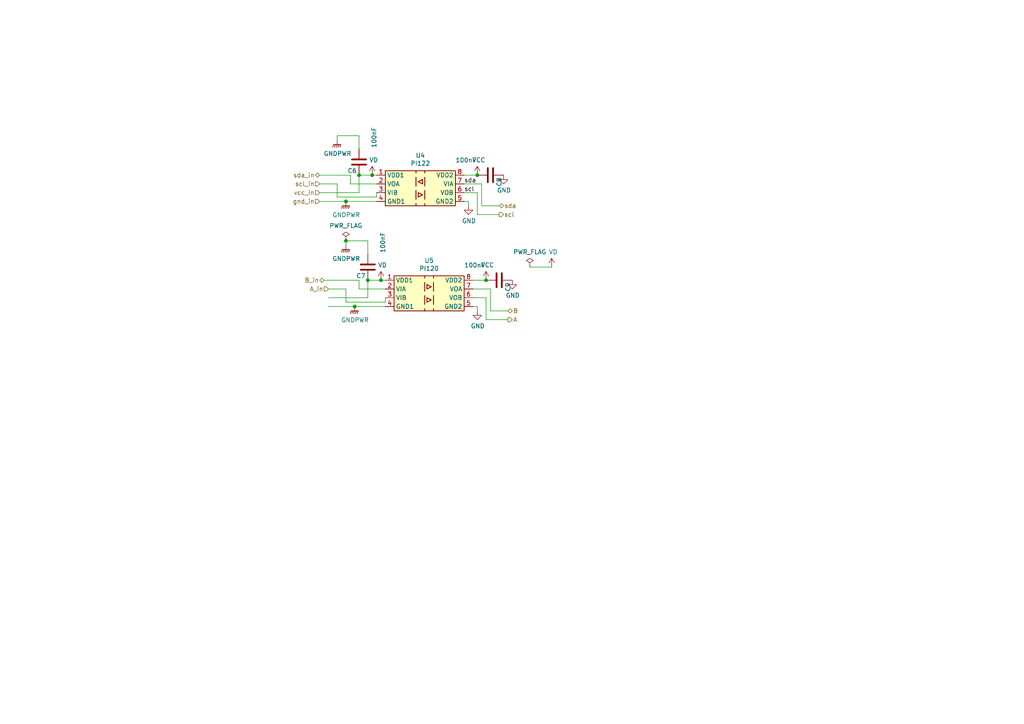
<source format=kicad_sch>
(kicad_sch (version 20211123) (generator eeschema)
  (paper "A4")
  (lib_symbols
    (symbol "0JLC:PI120"
      (property "Reference" "U" (at -8.89 6.35 0))
      (property "Value" "0JLC_PI120" (at 1.27 6.35 0))
      (symbol "PI120_0_1"
        (rectangle (start -10.16 5.08) (end 10.16 -5.08) (stroke (width 0.254)) (fill (type background)))
        (polyline (pts (xy -1.27 -4.445) (xy -1.27 -5.08)) (stroke (width 0.254)))
        (polyline (pts (xy -1.27 -0.635) (xy -1.27 -3.175)) (stroke (width 0.254)))
        (polyline (pts (xy -1.27 3.175) (xy -1.27 0.635)) (stroke (width 0.254)))
        (polyline (pts (xy -1.27 5.08) (xy -1.27 4.445)) (stroke (width 0.254)))
        (polyline (pts (xy 1.27 -4.445) (xy 1.27 -5.08)) (stroke (width 0.254)))
        (polyline (pts (xy 1.27 -0.635) (xy 1.27 -3.175)) (stroke (width 0.254)))
        (polyline (pts (xy 1.27 3.175) (xy 1.27 0.635)) (stroke (width 0.254)))
        (polyline (pts (xy 1.27 5.08) (xy 1.27 4.445)) (stroke (width 0.254)))
        (polyline (pts (xy -0.635 2.54) (xy 0.635 1.905) (xy -0.635 1.27) (xy -0.635 2.54)) (stroke (width 0.254)))
      )
      (symbol "PI120_1_1"
        (polyline (pts (xy -0.635 -1.27) (xy 0.635 -1.905) (xy -0.635 -2.54) (xy -0.635 -1.27)) (stroke (width 0.254)))
        (pin power_in line (at -12.7 3.81 0) (length 2.54) (name "VDD1") (number "1"))
        (pin input line (at -12.7 1.27 0) (length 2.54) (name "VIA") (number "2"))
        (pin input line (at -12.7 -1.27 0) (length 2.54) (name "VIB") (number "3"))
        (pin power_in line (at -12.7 -3.81 0) (length 2.54) (name "GND1") (number "4"))
        (pin power_in line (at 12.7 -3.81 180) (length 2.54) (name "GND2") (number "5"))
        (pin output line (at 12.7 -1.27 180) (length 2.54) (name "VOB") (number "6"))
        (pin output line (at 12.7 1.27 180) (length 2.54) (name "VOA") (number "7"))
        (pin power_in line (at 12.7 3.81 180) (length 2.54) (name "VDD2") (number "8"))
      )
    )
    (symbol "0JLC:PI122"
      (property "Reference" "U" (at -8.89 6.35 0))
      (property "Value" "0JLC_PI122" (at 1.27 6.35 0))
      (symbol "PI122_0_1"
        (rectangle (start -10.16 5.08) (end 10.16 -5.08) (stroke (width 0.254)) (fill (type background)))
        (polyline (pts (xy -1.27 -4.445) (xy -1.27 -5.08)) (stroke (width 0.254)))
        (polyline (pts (xy -1.27 -3.175) (xy -1.27 -0.635)) (stroke (width 0.254)))
        (polyline (pts (xy -1.27 0.635) (xy -1.27 3.175)) (stroke (width 0.254)))
        (polyline (pts (xy -1.27 5.08) (xy -1.27 4.445)) (stroke (width 0.254)))
        (polyline (pts (xy 1.27 -4.445) (xy 1.27 -5.08)) (stroke (width 0.254)))
        (polyline (pts (xy 1.27 -3.175) (xy 1.27 -0.635)) (stroke (width 0.254)))
        (polyline (pts (xy 1.27 0.635) (xy 1.27 3.175)) (stroke (width 0.254)))
        (polyline (pts (xy 1.27 5.08) (xy 1.27 4.445)) (stroke (width 0.254)))
      )
      (symbol "PI122_1_1"
        (polyline (pts (xy -0.635 -2.54) (xy -0.635 -1.27) (xy 0.635 -1.905) (xy -0.635 -2.54)) (stroke (width 0.254)))
        (polyline (pts (xy 0.635 2.54) (xy -0.635 1.905) (xy 0.635 1.27) (xy 0.635 2.54)) (stroke (width 0.254)))
        (pin power_in line (at -12.7 3.81 0) (length 2.54) (name "VDD1") (number "1"))
        (pin input line (at -12.7 1.27 0) (length 2.54) (name "VOA") (number "2"))
        (pin output line (at -12.7 -1.27 0) (length 2.54) (name "VIB") (number "3"))
        (pin power_in line (at -12.7 -3.81 0) (length 2.54) (name "GND1") (number "4"))
        (pin power_in line (at 12.7 -3.81 180) (length 2.54) (name "GND2") (number "5"))
        (pin input line (at 12.7 -1.27 180) (length 2.54) (name "VOB") (number "6"))
        (pin output line (at 12.7 1.27 180) (length 2.54) (name "VIA") (number "7"))
        (pin power_in line (at 12.7 3.81 180) (length 2.54) (name "VDD2") (number "8"))
      )
    )
    (symbol "Device:C" (pin_numbers hide) (pin_names (offset 0.254))
      (property "Reference" "C" (at 0.635 2.54 0))
      (property "Value" "C" (at 0.635 -2.54 0))
      (symbol "C_0_1"
        (polyline (pts (xy -2.032 -0.762) (xy 2.032 -0.762)) (stroke (width 0.508)))
        (polyline (pts (xy -2.032 0.762) (xy 2.032 0.762)) (stroke (width 0.508)))
      )
      (symbol "C_1_1"
        (pin passive line (at 0 3.81 270) (length 2.794) (name "~") (number "1"))
        (pin passive line (at 0 -3.81 90) (length 2.794) (name "~") (number "2"))
      )
    )
    (symbol "power:GND" (power) (pin_names (offset 0))
      (property "Value" "GND" (at 0 -3.81 0))
      (symbol "GND_0_1"
        (polyline (pts (xy 0 0) (xy 0 -1.27) (xy 1.27 -1.27) (xy 0 -2.54) (xy -1.27 -1.27) (xy 0 -1.27)))
      )
      (symbol "GND_1_1"
        (pin power_in line (at 0 0 270) (length 0) hide (name "GND") (number "1"))
      )
    )
    (symbol "power:GNDPWR" (power) (pin_names (offset 0))
      (property "Value" "GNDPWR" (at 0 -3.302 0))
      (symbol "GNDPWR_0_1"
        (polyline (pts (xy 0 -1.27) (xy 0 0)))
        (polyline (pts (xy -1.016 -1.27) (xy -1.27 -2.032) (xy -1.27 -2.032)) (stroke (width 0.2032)))
        (polyline (pts (xy -0.508 -1.27) (xy -0.762 -2.032) (xy -0.762 -2.032)) (stroke (width 0.2032)))
        (polyline (pts (xy 0 -1.27) (xy -0.254 -2.032) (xy -0.254 -2.032)) (stroke (width 0.2032)))
        (polyline (pts (xy 0.508 -1.27) (xy 0.254 -2.032) (xy 0.254 -2.032)) (stroke (width 0.2032)))
        (polyline (pts (xy 1.016 -1.27) (xy -1.016 -1.27) (xy -1.016 -1.27)) (stroke (width 0.2032)))
        (polyline (pts (xy 1.016 -1.27) (xy 0.762 -2.032) (xy 0.762 -2.032) (xy 0.762 -2.032)) (stroke (width 0.2032)))
      )
      (symbol "GNDPWR_1_1"
        (pin power_in line (at 0 0 270) (length 0) hide (name "GNDPWR") (number "1"))
      )
    )
    (symbol "power:PWR_FLAG" (power) (pin_numbers hide) (pin_names (offset 0) hide)
      (property "Value" "PWR_FLAG" (at 0 3.81 0))
      (symbol "PWR_FLAG_0_0"
        (pin power_out line (at 0 0 90) (length 0) (name "pwr") (number "1"))
      )
      (symbol "PWR_FLAG_0_1"
        (polyline (pts (xy 0 0) (xy 0 1.27) (xy -1.016 1.905) (xy 0 2.54) (xy 1.016 1.905) (xy 0 1.27)))
      )
    )
    (symbol "power:VCC" (power) (pin_names (offset 0))
      (property "Value" "VCC" (at 0 3.81 0))
      (symbol "VCC_0_1"
        (polyline (pts (xy -0.762 1.27) (xy 0 2.54)))
        (polyline (pts (xy 0 0) (xy 0 2.54)))
        (polyline (pts (xy 0 2.54) (xy 0.762 1.27)))
      )
      (symbol "VCC_1_1"
        (pin power_in line (at 0 0 90) (length 0) hide (name "VCC") (number "1"))
      )
    )
    (symbol "power:VD" (power) (pin_names (offset 0))
      (property "Value" "VD" (at 0 3.81 0))
      (symbol "VD_0_1"
        (polyline (pts (xy -0.762 1.27) (xy 0 2.54)))
        (polyline (pts (xy 0 0) (xy 0 2.54)))
        (polyline (pts (xy 0 2.54) (xy 0.762 1.27)))
      )
      (symbol "VD_1_1"
        (pin power_in line (at 0 0 90) (length 0) hide (name "VD") (number "1"))
      )
    )
  )
  (junction (at 140.97 81.28))
  (junction (at 104.14 50.8))
  (junction (at 138.43 50.8))
  (junction (at 106.68 81.28))
  (junction (at 110.49 81.28))
  (junction (at 102.87 88.9))
  (junction (at 100.33 69.85))
  (junction (at 107.95 50.8))
  (junction (at 100.33 58.42))
  (wire (pts (xy 101.6 53.34) (xy 109.22 53.34)))
  (wire (pts (xy 92.71 55.88) (xy 104.14 55.88)))
  (wire (pts (xy 134.62 50.8) (xy 138.43 50.8)))
  (wire (pts (xy 97.79 39.37) (xy 97.79 40.64)))
  (wire (pts (xy 104.14 83.82) (xy 111.76 83.82)))
  (wire (pts (xy 110.49 81.28) (xy 111.76 81.28)))
  (wire (pts (xy 100.33 69.85) (xy 106.68 69.85)))
  (wire (pts (xy 135.89 59.69) (xy 135.89 58.42)))
  (wire (pts (xy 104.14 55.88) (xy 104.14 50.8)))
  (wire (pts (xy 142.24 83.82) (xy 137.16 83.82)))
  (wire (pts (xy 101.6 50.8) (xy 101.6 53.34)))
  (wire (pts (xy 138.43 55.88) (xy 138.43 62.23)))
  (wire (pts (xy 100.33 87.63) (xy 111.76 87.63)))
  (wire (pts (xy 100.33 69.85) (xy 100.33 71.12)))
  (wire (pts (xy 97.79 39.37) (xy 104.14 39.37)))
  (wire (pts (xy 137.16 81.28) (xy 140.97 81.28)))
  (wire (pts (xy 95.25 83.82) (xy 100.33 83.82)))
  (wire (pts (xy 138.43 88.9) (xy 137.16 88.9)))
  (wire (pts (xy 111.76 87.63) (xy 111.76 86.36)))
  (wire (pts (xy 134.62 55.88) (xy 138.43 55.88)))
  (wire (pts (xy 104.14 50.8) (xy 107.95 50.8)))
  (wire (pts (xy 107.95 50.8) (xy 109.22 50.8)))
  (wire (pts (xy 139.7 59.69) (xy 139.7 53.34)))
  (wire (pts (xy 92.71 50.8) (xy 101.6 50.8)))
  (wire (pts (xy 140.97 86.36) (xy 140.97 92.71)))
  (wire (pts (xy 144.78 59.69) (xy 139.7 59.69)))
  (wire (pts (xy 97.79 57.15) (xy 109.22 57.15)))
  (wire (pts (xy 93.98 81.28) (xy 104.14 81.28)))
  (wire (pts (xy 106.68 81.28) (xy 110.49 81.28)))
  (wire (pts (xy 97.79 53.34) (xy 97.79 57.15)))
  (wire (pts (xy 106.68 69.85) (xy 106.68 73.66)))
  (wire (pts (xy 100.33 58.42) (xy 109.22 58.42)))
  (wire (pts (xy 142.24 90.17) (xy 142.24 83.82)))
  (wire (pts (xy 104.14 81.28) (xy 104.14 83.82)))
  (wire (pts (xy 92.71 53.34) (xy 97.79 53.34)))
  (wire (pts (xy 138.43 90.17) (xy 138.43 88.9)))
  (wire (pts (xy 160.02 77.47) (xy 153.67 77.47)))
  (wire (pts (xy 100.33 83.82) (xy 100.33 87.63)))
  (wire (pts (xy 95.25 88.9) (xy 102.87 88.9)))
  (wire (pts (xy 106.68 86.36) (xy 106.68 81.28)))
  (wire (pts (xy 95.25 86.36) (xy 106.68 86.36)))
  (wire (pts (xy 139.7 53.34) (xy 134.62 53.34)))
  (wire (pts (xy 147.32 90.17) (xy 142.24 90.17)))
  (wire (pts (xy 109.22 57.15) (xy 109.22 55.88)))
  (wire (pts (xy 135.89 58.42) (xy 134.62 58.42)))
  (wire (pts (xy 138.43 62.23) (xy 144.78 62.23)))
  (wire (pts (xy 140.97 92.71) (xy 147.32 92.71)))
  (wire (pts (xy 92.71 58.42) (xy 100.33 58.42)))
  (wire (pts (xy 137.16 86.36) (xy 140.97 86.36)))
  (wire (pts (xy 104.14 39.37) (xy 104.14 43.18)))
  (wire (pts (xy 102.87 88.9) (xy 111.76 88.9)))
  (label "scl" (at 134.62 55.88 0))
  (label "sda" (at 134.62 53.34 0))
  (hierarchical_label "sda" (shape bidirectional) (at 144.78 59.69 0))
  (hierarchical_label "A_in" (shape input) (at 95.25 83.82 180))
  (hierarchical_label "sda_in" (shape bidirectional) (at 92.71 50.8 180))
  (hierarchical_label "scl" (shape output) (at 144.78 62.23 0))
  (hierarchical_label "B" (shape bidirectional) (at 147.32 90.17 0))
  (hierarchical_label "scl_in" (shape input) (at 92.71 53.34 180))
  (hierarchical_label "B_in" (shape bidirectional) (at 93.98 81.28 180))
  (hierarchical_label "vcc_in" (shape input) (at 92.71 55.88 180))
  (hierarchical_label "gnd_in" (shape input) (at 92.71 58.42 180))
  (hierarchical_label "A" (shape output) (at 147.32 92.71 0))
  (symbol (lib_id "power:GNDPWR") (at 100.33 58.42 0) (unit 1)
    (property "Reference" "#PWR019" (effects hide))
    (property "Value" "GNDPWR" (at 100.4316 62.3316 0))
  )
  (symbol (lib_id "power:VD") (at 160.02 77.47 0) (unit 1)
    (property "Reference" "#PWR030" (effects hide))
    (property "Value" "VD" (at 160.4518 73.0758 0))
  )
  (symbol (lib_id "power:VD") (at 107.95 50.8 0) (unit 1)
    (property "Reference" "#PWR022" (effects hide))
    (property "Value" "VD" (at 108.3818 46.4058 0))
  )
  (symbol (lib_id "power:GND") (at 135.89 59.69 0) (unit 1)
    (property "Reference" "#PWR024" (effects hide))
    (property "Value" "GND" (at 136.017 64.0842 0))
  )
  (symbol (lib_id "Device:C") (at 142.24 50.8 270) (unit 1)
    (property "Reference" "C8" (at 144.78 51.435 0) (effects (justify left)))
    (property "Value" "100nF" (at 132.08 45.72 90) (effects (justify left top)))
    (property "Footprint" "Capacitor_SMD:C_0603_1608Metric_Pad1.05x0.95mm_HandSolder" (effects hide))
    (property "Datasheet" "CC0603KRX7R9BB104" (effects hide))
    (property "MFR" "Samsung" (effects hide))
    (property "MPN" "CC0603KRX7R9BB104" (effects hide))
    (property "SPURL" "-" (effects hide))
    (property "LCSC" "C14663" (effects hide))
  )
  (symbol (lib_id "power:GND") (at 146.05 50.8 0) (unit 1)
    (property "Reference" "#PWR028" (effects hide))
    (property "Value" "GND" (at 146.177 55.1942 0))
  )
  (symbol (lib_id "Device:C") (at 104.14 46.99 180) (unit 1)
    (property "Reference" "C6" (at 103.505 49.53 0) (effects (justify left)))
    (property "Value" "100nF" (at 109.22 36.83 90) (effects (justify left top)))
    (property "Footprint" "Capacitor_SMD:C_0603_1608Metric_Pad1.05x0.95mm_HandSolder" (effects hide))
    (property "Datasheet" "CC0603KRX7R9BB104" (effects hide))
    (property "MFR" "Samsung" (effects hide))
    (property "MPN" "CC0603KRX7R9BB104" (effects hide))
    (property "SPURL" "-" (effects hide))
    (property "LCSC" "C14663" (effects hide))
  )
  (symbol (lib_id "power:VCC") (at 138.43 50.8 0) (unit 1)
    (property "Reference" "#PWR025" (effects hide))
    (property "Value" "VCC" (at 138.8618 46.4058 0))
  )
  (symbol (lib_id "power:PWR_FLAG") (at 153.67 77.47 0) (unit 1)
    (property "Reference" "#FLG03" (effects hide))
    (property "Value" "PWR_FLAG" (at 153.67 73.0758 0))
  )
  (symbol (lib_id "power:GNDPWR") (at 97.79 40.64 0) (unit 1)
    (property "Reference" "#PWR018" (effects hide))
    (property "Value" "GNDPWR" (at 97.8916 44.5516 0))
  )
  (symbol (lib_id "power:GNDPWR") (at 102.87 88.9 0) (unit 1)
    (property "Reference" "#PWR021" (effects hide))
    (property "Value" "GNDPWR" (at 102.9716 92.8116 0))
  )
  (symbol (lib_id "power:VD") (at 110.49 81.28 0) (unit 1)
    (property "Reference" "#PWR023" (effects hide))
    (property "Value" "VD" (at 110.9218 76.8858 0))
  )
  (symbol (lib_id "power:GND") (at 138.43 90.17 0) (unit 1)
    (property "Reference" "#PWR026" (effects hide))
    (property "Value" "GND" (at 138.557 94.5642 0))
  )
  (symbol (lib_id "Device:C") (at 144.78 81.28 270) (unit 1)
    (property "Reference" "C9" (at 147.32 81.915 0) (effects (justify left)))
    (property "Value" "100nF" (at 134.62 76.2 90) (effects (justify left top)))
    (property "Footprint" "Capacitor_SMD:C_0603_1608Metric_Pad1.05x0.95mm_HandSolder" (effects hide))
    (property "Datasheet" "CC0603KRX7R9BB104" (effects hide))
    (property "MFR" "Samsung" (effects hide))
    (property "MPN" "CC0603KRX7R9BB104" (effects hide))
    (property "SPURL" "-" (effects hide))
    (property "LCSC" "C14663" (effects hide))
  )
  (symbol (lib_id "Device:C") (at 106.68 77.47 180) (unit 1)
    (property "Reference" "C7" (at 106.045 80.01 0) (effects (justify left)))
    (property "Value" "100nF" (at 111.76 67.31 90) (effects (justify left top)))
    (property "Footprint" "Capacitor_SMD:C_0603_1608Metric_Pad1.05x0.95mm_HandSolder" (effects hide))
    (property "Datasheet" "CC0603KRX7R9BB104" (effects hide))
    (property "MFR" "Samsung" (effects hide))
    (property "MPN" "CC0603KRX7R9BB104" (effects hide))
    (property "SPURL" "-" (effects hide))
    (property "LCSC" "C14663" (effects hide))
  )
  (symbol (lib_id "power:VCC") (at 140.97 81.28 0) (unit 1)
    (property "Reference" "#PWR027" (effects hide))
    (property "Value" "VCC" (at 141.4018 76.8858 0))
  )
  (symbol (lib_id "power:GNDPWR") (at 100.33 71.12 0) (unit 1)
    (property "Reference" "#PWR020" (effects hide))
    (property "Value" "GNDPWR" (at 100.4316 75.0316 0))
  )
  (symbol (lib_id "power:PWR_FLAG") (at 100.33 69.85 0) (unit 1)
    (property "Reference" "#FLG02" (effects hide))
    (property "Value" "PWR_FLAG" (at 100.33 65.4558 0))
  )
  (symbol (lib_id "power:GND") (at 148.59 81.28 0) (unit 1)
    (property "Reference" "#PWR029" (effects hide))
    (property "Value" "GND" (at 148.717 85.6742 0))
  )
  (symbol (lib_id "0JLC:PI122") (at 121.92 54.61 0) (unit 1)
    (property "Reference" "U4" (at 121.92 45.085 0))
    (property "Value" "PI122" (at 121.92 47.3964 0))
    (property "Footprint" "Package_SO:SOIC-8_3.9x4.9mm_P1.27mm" (effects hide))
    (property "Datasheet" "https://datasheet.lcsc.com/lcsc/2001131822_2Pai-Semi-%CF%80121U31_C471589.pdf" (effects hide))
    (property "LCSC" "C471590" (effects hide))
    (property "MPN" "π122U31" (effects hide))
  )
  (symbol (lib_id "0JLC:PI120") (at 124.46 85.09 0) (unit 1)
    (property "Reference" "U5" (at 124.46 75.565 0))
    (property "Value" "PI120" (at 124.46 77.8764 0))
    (property "Footprint" "Package_SO:SOIC-8_3.9x4.9mm_P1.27mm" (effects hide))
    (property "Datasheet" "https://datasheet.lcsc.com/lcsc/2001120703_2Pai-Semi-%CF%80120U30_C471591.pdf" (effects hide))
    (property "LCSC" "C471591" (effects hide))
    (property "MPN" "π120U30" (effects hide))
  )
)
</source>
